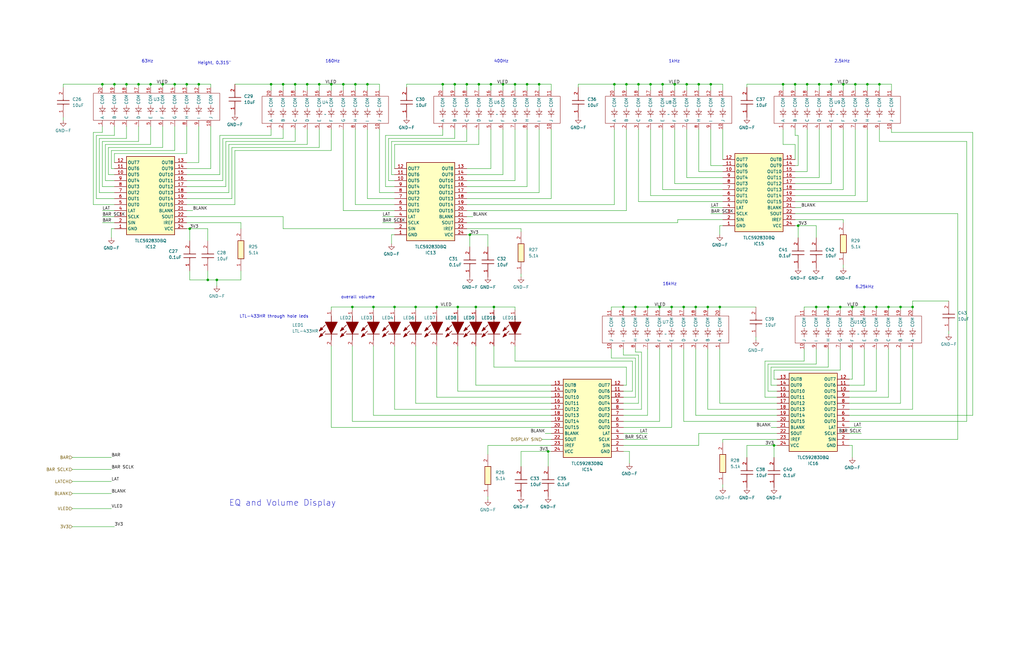
<source format=kicad_sch>
(kicad_sch (version 20231120) (generator "eeschema") (generator_version "8.0")
  (paper "B")
  (title_block (title "Audio System") (date "2025-02-06") (rev "P1") (company "Wolfe Engineering"))
  (junction (at 227.33 35.56))
  (junction (at 293.37 129.54))
  (junction (at 350.52 35.56))
  (junction (at 48.26 35.56))
  (junction (at 217.17 35.56))
  (junction (at 231.14 190.5))
  (junction (at 288.29 129.54))
  (junction (at 330.2 35.56))
  (junction (at 83.82 35.56))
  (junction (at 53.34 35.56))
  (junction (at 294.64 35.56))
  (junction (at 191.77 35.56))
  (junction (at 344.17 129.54))
  (junction (at 326.39 187.96))
  (junction (at 208.28 129.54))
  (junction (at 369.57 129.54))
  (junction (at 222.25 35.56))
  (junction (at 384.81 129.54))
  (junction (at 355.6 35.56))
  (junction (at 279.4 35.56))
  (junction (at 269.24 35.56))
  (junction (at 262.89 129.54))
  (junction (at 259.08 35.56))
  (junction (at 87.63 118.11))
  (junction (at 91.44 118.11))
  (junction (at 175.26 129.54))
  (junction (at 166.37 129.54))
  (junction (at 212.09 35.56))
  (junction (at 148.59 129.54))
  (junction (at 68.58 35.56))
  (junction (at 200.66 129.54))
  (junction (at 283.21 129.54))
  (junction (at 184.15 129.54))
  (junction (at 349.25 129.54))
  (junction (at 154.94 35.56))
  (junction (at 264.16 35.56))
  (junction (at 129.54 35.56))
  (junction (at 139.7 35.56))
  (junction (at 196.85 35.56))
  (junction (at 273.05 129.54))
  (junction (at 345.44 35.56))
  (junction (at 274.32 35.56))
  (junction (at 364.49 129.54))
  (junction (at 359.41 129.54))
  (junction (at 374.65 129.54))
  (junction (at 298.45 129.54))
  (junction (at 157.48 129.54))
  (junction (at 360.68 35.56))
  (junction (at 124.46 35.56))
  (junction (at 80.01 96.52))
  (junction (at 365.76 35.56))
  (junction (at 207.01 35.56))
  (junction (at 201.93 35.56))
  (junction (at 336.55 95.25))
  (junction (at 340.36 35.56))
  (junction (at 63.5 35.56))
  (junction (at 267.97 129.54))
  (junction (at 284.48 35.56))
  (junction (at 303.53 129.54))
  (junction (at 379.73 129.54))
  (junction (at 114.3 35.56))
  (junction (at 299.72 35.56))
  (junction (at 335.28 35.56))
  (junction (at 278.13 129.54))
  (junction (at 134.62 35.56))
  (junction (at 289.56 35.56))
  (junction (at 186.69 35.56))
  (junction (at 78.74 35.56))
  (junction (at 193.04 129.54))
  (junction (at 198.12 99.06))
  (junction (at 58.42 35.56))
  (junction (at 370.84 35.56))
  (junction (at 119.38 35.56))
  (junction (at 149.86 35.56))
  (junction (at 144.78 35.56))
  (junction (at 43.18 35.56))
  (junction (at 354.33 129.54))
  (junction (at 73.66 35.56))
  (wire (pts (xy 196.85 86.36) (xy 259.08 86.36)))
  (wire (pts (xy 304.8 82.55) (xy 274.32 82.55)))
  (wire (pts (xy 299.72 69.85) (xy 299.72 54.61)))
  (wire (pts (xy 119.38 91.44) (xy 119.38 96.52)))
  (wire (pts (xy 304.8 80.01) (xy 279.4 80.01)))
  (wire (pts (xy 41.91 81.28) (xy 41.91 58.42)))
  (wire (pts (xy 232.41 170.18) (xy 175.26 170.18)))
  (wire (pts (xy 119.38 35.56) (xy 119.38 38.1)))
  (wire (pts (xy 196.85 54.61) (xy 196.85 59.69)))
  (wire (pts (xy 273.05 129.54) (xy 267.97 129.54)))
  (wire (pts (xy 303.53 170.18) (xy 303.53 147.32)))
  (wire (pts (xy 274.32 35.56) (xy 279.4 35.56)))
  (wire (pts (xy 355.6 80.01) (xy 355.6 54.61)))
  (wire (pts (xy 355.6 35.56) (xy 355.6 38.1)))
  (wire (pts (xy 165.1 99.06) (xy 165.1 102.87)))
  (wire (pts (xy 379.73 129.54) (xy 374.65 129.54)))
  (wire (pts (xy 379.73 170.18) (xy 379.73 147.32)))
  (wire (pts (xy 294.64 35.56) (xy 299.72 35.56)))
  (wire (pts (xy 166.37 129.54) (xy 166.37 130.81)))
  (wire (pts (xy 139.7 146.05) (xy 139.7 180.34)))
  (wire (pts (xy 384.81 129.54) (xy 379.73 129.54)))
  (wire (pts (xy 262.89 162.56) (xy 264.16 162.56)))
  (wire (pts (xy 407.67 177.8) (xy 407.67 59.69)))
  (wire (pts (xy 294.64 35.56) (xy 294.64 38.1)))
  (wire (pts (xy 284.48 77.47) (xy 284.48 54.61)))
  (wire (pts (xy 154.94 35.56) (xy 154.94 38.1)))
  (wire (pts (xy 262.89 165.1) (xy 266.7 165.1)))
  (wire (pts (xy 264.16 35.56) (xy 264.16 38.1)))
  (wire (pts (xy 39.37 86.36) (xy 48.26 86.36)))
  (wire (pts (xy 327.66 170.18) (xy 303.53 170.18)))
  (wire (pts (xy 359.41 129.54) (xy 359.41 130.81)))
  (wire (pts (xy 370.84 59.69) (xy 370.84 54.61)))
  (wire (pts (xy 129.54 35.56) (xy 134.62 35.56)))
  (wire (pts (xy 83.82 53.34) (xy 83.82 68.58)))
  (wire (pts (xy 48.26 35.56) (xy 48.26 36.83)))
  (wire (pts (xy 270.51 172.72) (xy 270.51 148.59)))
  (wire (pts (xy 330.2 38.1) (xy 330.2 35.56)))
  (wire (pts (xy 288.29 129.54) (xy 283.21 129.54)))
  (wire (pts (xy 198.12 99.06) (xy 205.74 99.06)))
  (wire (pts (xy 58.42 35.56) (xy 63.5 35.56)))
  (wire (pts (xy 299.72 90.17) (xy 304.8 90.17)))
  (wire (pts (xy 327.66 180.34) (xy 325.12 180.34)))
  (wire (pts (xy 278.13 129.54) (xy 273.05 129.54)))
  (wire (pts (xy 196.85 93.98) (xy 285.75 93.98)))
  (wire (pts (xy 369.57 129.54) (xy 369.57 130.81)))
  (wire (pts (xy 273.05 175.26) (xy 273.05 147.32)))
  (wire (pts (xy 186.69 35.56) (xy 191.77 35.56)))
  (wire (pts (xy 304.8 185.42) (xy 304.8 186.69)))
  (wire (pts (xy 139.7 35.56) (xy 144.78 35.56)))
  (wire (pts (xy 217.17 146.05) (xy 217.17 152.4)))
  (wire (pts (xy 87.63 101.6) (xy 87.63 96.52)))
  (wire (pts (xy 166.37 73.66) (xy 165.1 73.66)))
  (wire (pts (xy 364.49 129.54) (xy 359.41 129.54)))
  (wire (pts (xy 410.21 55.88) (xy 375.92 55.88)))
  (wire (pts (xy 44.45 60.96) (xy 63.5 60.96)))
  (wire (pts (xy 267.97 148.59) (xy 267.97 147.32)))
  (wire (pts (xy 93.98 58.42) (xy 119.38 58.42)))
  (wire (pts (xy 285.75 92.71) (xy 304.8 92.71)))
  (wire (pts (xy 43.18 59.69) (xy 43.18 78.74)))
  (wire (pts (xy 43.18 78.74) (xy 48.26 78.74)))
  (wire (pts (xy 335.28 77.47) (xy 350.52 77.47)))
  (wire (pts (xy 384.81 127) (xy 384.81 129.54)))
  (wire (pts (xy 355.6 92.71) (xy 355.6 93.98)))
  (wire (pts (xy 365.76 35.56) (xy 370.84 35.56)))
  (wire (pts (xy 374.65 129.54) (xy 369.57 129.54)))
  (wire (pts (xy 78.74 78.74) (xy 95.25 78.74)))
  (wire (pts (xy 266.7 152.4) (xy 217.17 152.4)))
  (wire (pts (xy 46.99 63.5) (xy 73.66 63.5)))
  (wire (pts (xy 191.77 58.42) (xy 191.77 54.61)))
  (wire (pts (xy 262.89 190.5) (xy 265.43 190.5)))
  (wire (pts (xy 43.18 93.98) (xy 48.26 93.98)))
  (wire (pts (xy 267.97 129.54) (xy 267.97 130.81)))
  (wire (pts (xy 208.28 129.54) (xy 217.17 129.54)))
  (wire (pts (xy 229.87 182.88) (xy 232.41 182.88)))
  (wire (pts (xy 303.53 129.54) (xy 298.45 129.54)))
  (wire (pts (xy 186.69 57.15) (xy 186.69 54.61)))
  (wire (pts (xy 205.74 209.55) (xy 205.74 210.82)))
  (wire (pts (xy 407.67 59.69) (xy 370.84 59.69)))
  (wire (pts (xy 339.09 152.4) (xy 339.09 147.32)))
  (wire (pts (xy 78.74 64.77) (xy 48.26 64.77)))
  (wire (pts (xy 78.74 35.56) (xy 78.74 36.83)))
  (wire (pts (xy 41.91 58.42) (xy 53.34 58.42)))
  (wire (pts (xy 359.41 187.96) (xy 359.41 193.04)))
  (wire (pts (xy 87.63 118.11) (xy 80.01 118.11)))
  (wire (pts (xy 154.94 83.82) (xy 166.37 83.82)))
  (wire (pts (xy 44.45 76.2) (xy 44.45 60.96)))
  (wire (pts (xy 327.66 187.96) (xy 326.39 187.96)))
  (wire (pts (xy 269.24 170.18) (xy 269.24 149.86)))
  (wire (pts (xy 327.66 172.72) (xy 298.45 172.72)))
  (wire (pts (xy 73.66 35.56) (xy 73.66 36.83)))
  (wire (pts (xy 144.78 88.9) (xy 144.78 54.61)))
  (wire (pts (xy 262.89 167.64) (xy 267.97 167.64)))
  (wire (pts (xy 58.42 53.34) (xy 58.42 59.69)))
  (wire (pts (xy 119.38 35.56) (xy 124.46 35.56)))
  (wire (pts (xy 232.41 162.56) (xy 200.66 162.56)))
  (wire (pts (xy 325.12 162.56) (xy 325.12 154.94)))
  (wire (pts (xy 198.12 99.06) (xy 198.12 104.14)))
  (wire (pts (xy 375.92 55.88) (xy 375.92 54.61)))
  (wire (pts (xy 289.56 74.93) (xy 289.56 54.61)))
  (wire (pts (xy 208.28 129.54) (xy 208.28 130.81)))
  (wire (pts (xy 114.3 57.15) (xy 114.3 54.61)))
  (wire (pts (xy 78.74 76.2) (xy 93.98 76.2)))
  (wire (pts (xy 379.73 129.54) (xy 379.73 130.81)))
  (wire (pts (xy 149.86 35.56) (xy 154.94 35.56)))
  (wire (pts (xy 359.41 129.54) (xy 354.33 129.54)))
  (wire (pts (xy 262.89 172.72) (xy 270.51 172.72)))
  (wire (pts (xy 262.89 180.34) (xy 283.21 180.34)))
  (wire (pts (xy 217.17 130.81) (xy 217.17 129.54)))
  (wire (pts (xy 299.72 35.56) (xy 304.8 35.56)))
  (wire (pts (xy 365.76 35.56) (xy 365.76 38.1)))
  (wire (pts (xy 360.68 35.56) (xy 365.76 35.56)))
  (wire (pts (xy 322.58 167.64) (xy 322.58 152.4)))
  (wire (pts (xy 364.49 129.54) (xy 364.49 130.81)))
  (wire (pts (xy 26.67 35.56) (xy 43.18 35.56)))
  (wire (pts (xy 114.3 35.56) (xy 119.38 35.56)))
  (wire (pts (xy 175.26 146.05) (xy 175.26 170.18)))
  (wire (pts (xy 196.85 78.74) (xy 222.25 78.74)))
  (wire (pts (xy 175.26 129.54) (xy 175.26 130.81)))
  (wire (pts (xy 335.28 60.96) (xy 330.2 60.96)))
  (wire (pts (xy 323.85 153.67) (xy 323.85 165.1)))
  (wire (pts (xy 171.45 36.83) (xy 171.45 35.56)))
  (wire (pts (xy 335.28 35.56) (xy 335.28 38.1)))
  (wire (pts (xy 354.33 129.54) (xy 354.33 130.81)))
  (wire (pts (xy 48.26 53.34) (xy 48.26 57.15)))
  (wire (pts (xy 157.48 129.54) (xy 157.48 130.81)))
  (wire (pts (xy 335.28 85.09) (xy 365.76 85.09)))
  (wire (pts (xy 410.21 175.26) (xy 410.21 55.88)))
  (wire (pts (xy 53.34 35.56) (xy 53.34 36.83)))
  (wire (pts (xy 201.93 35.56) (xy 201.93 38.1)))
  (wire (pts (xy 43.18 36.83) (xy 43.18 35.56)))
  (wire (pts (xy 262.89 177.8) (xy 278.13 177.8)))
  (wire (pts (xy 196.85 88.9) (xy 264.16 88.9)))
  (wire (pts (xy 124.46 35.56) (xy 124.46 38.1)))
  (wire (pts (xy 327.66 182.88) (xy 294.64 182.88)))
  (wire (pts (xy 30.48 208.28) (xy 46.99 208.28)))
  (wire (pts (xy 162.56 57.15) (xy 186.69 57.15)))
  (wire (pts (xy 262.89 149.86) (xy 262.89 147.32)))
  (wire (pts (xy 369.57 129.54) (xy 364.49 129.54)))
  (wire (pts (xy 171.45 35.56) (xy 186.69 35.56)))
  (wire (pts (xy 219.71 115.57) (xy 219.71 116.84)))
  (wire (pts (xy 304.8 72.39) (xy 294.64 72.39)))
  (wire (pts (xy 330.2 35.56) (xy 335.28 35.56)))
  (wire (pts (xy 274.32 82.55) (xy 274.32 54.61)))
  (wire (pts (xy 267.97 129.54) (xy 262.89 129.54)))
  (wire (pts (xy 48.26 57.15) (xy 40.64 57.15)))
  (wire (pts (xy 101.6 114.3) (xy 101.6 118.11)))
  (wire (pts (xy 335.28 74.93) (xy 345.44 74.93)))
  (wire (pts (xy 196.85 83.82) (xy 232.41 83.82)))
  (wire (pts (xy 358.14 177.8) (xy 407.67 177.8)))
  (wire (pts (xy 134.62 62.23) (xy 134.62 54.61)))
  (wire (pts (xy 262.89 182.88) (xy 273.05 182.88)))
  (wire (pts (xy 304.8 74.93) (xy 289.56 74.93)))
  (wire (pts (xy 369.57 165.1) (xy 369.57 147.32)))
  (wire (pts (xy 358.14 160.02) (xy 359.41 160.02)))
  (wire (pts (xy 269.24 35.56) (xy 269.24 38.1)))
  (wire (pts (xy 68.58 35.56) (xy 68.58 36.83)))
  (wire (pts (xy 374.65 167.64) (xy 374.65 147.32)))
  (wire (pts (xy 269.24 85.09) (xy 269.24 54.61)))
  (wire (pts (xy 262.89 170.18) (xy 269.24 170.18)))
  (wire (pts (xy 78.74 91.44) (xy 119.38 91.44)))
  (wire (pts (xy 335.28 92.71) (xy 355.6 92.71)))
  (wire (pts (xy 284.48 35.56) (xy 284.48 38.1)))
  (wire (pts (xy 58.42 35.56) (xy 58.42 36.83)))
  (wire (pts (xy 139.7 129.54) (xy 139.7 130.81)))
  (wire (pts (xy 207.01 35.56) (xy 212.09 35.56)))
  (wire (pts (xy 139.7 63.5) (xy 139.7 54.61)))
  (wire (pts (xy 294.64 187.96) (xy 262.89 187.96)))
  (wire (pts (xy 63.5 35.56) (xy 63.5 36.83)))
  (wire (pts (xy 267.97 151.13) (xy 257.81 151.13)))
  (wire (pts (xy 196.85 35.56) (xy 196.85 38.1)))
  (wire (pts (xy 208.28 146.05) (xy 208.28 154.94)))
  (wire (pts (xy 264.16 35.56) (xy 269.24 35.56)))
  (wire (pts (xy 354.33 129.54) (xy 349.25 129.54)))
  (wire (pts (xy 88.9 35.56) (xy 88.9 36.83)))
  (wire (pts (xy 114.3 38.1) (xy 114.3 35.56)))
  (wire (pts (xy 304.8 77.47) (xy 284.48 77.47)))
  (wire (pts (xy 340.36 35.56) (xy 340.36 38.1)))
  (wire (pts (xy 370.84 35.56) (xy 375.92 35.56)))
  (wire (pts (xy 78.74 35.56) (xy 83.82 35.56)))
  (wire (pts (xy 97.79 62.23) (xy 134.62 62.23)))
  (wire (pts (xy 359.41 160.02) (xy 359.41 147.32)))
  (wire (pts (xy 129.54 60.96) (xy 129.54 54.61)))
  (wire (pts (xy 45.72 62.23) (xy 45.72 73.66)))
  (wire (pts (xy 219.71 96.52) (xy 219.71 97.79)))
  (wire (pts (xy 139.7 35.56) (xy 139.7 38.1)))
  (wire (pts (xy 83.82 35.56) (xy 83.82 36.83)))
  (wire (pts (xy 293.37 175.26) (xy 293.37 147.32)))
  (wire (pts (xy 335.28 80.01) (xy 355.6 80.01)))
  (wire (pts (xy 157.48 129.54) (xy 166.37 129.54)))
  (wire (pts (xy 212.09 73.66) (xy 212.09 54.61)))
  (wire (pts (xy 196.85 81.28) (xy 227.33 81.28)))
  (wire (pts (xy 205.74 187.96) (xy 205.74 191.77)))
  (wire (pts (xy 349.25 129.54) (xy 349.25 130.81)))
  (wire (pts (xy 344.17 129.54) (xy 339.09 129.54)))
  (wire (pts (xy 88.9 53.34) (xy 88.9 71.12)))
  (wire (pts (xy 232.41 35.56) (xy 232.41 38.1)))
  (wire (pts (xy 278.13 177.8) (xy 278.13 147.32)))
  (wire (pts (xy 200.66 146.05) (xy 200.66 162.56)))
  (wire (pts (xy 196.85 91.44) (xy 199.39 91.44)))
  (wire (pts (xy 335.28 87.63) (xy 337.82 87.63)))
  (wire (pts (xy 304.8 69.85) (xy 299.72 69.85)))
  (wire (pts (xy 243.84 36.83) (xy 243.84 35.56)))
  (wire (pts (xy 314.96 36.83) (xy 314.96 35.56)))
  (wire (pts (xy 45.72 73.66) (xy 48.26 73.66)))
  (wire (pts (xy 48.26 96.52) (xy 46.99 96.52)))
  (wire (pts (xy 344.17 147.32) (xy 344.17 153.67)))
  (wire (pts (xy 78.74 88.9) (xy 81.28 88.9)))
  (wire (pts (xy 96.52 60.96) (xy 129.54 60.96)))
  (wire (pts (xy 304.8 54.61) (xy 304.8 67.31)))
  (wire (pts (xy 227.33 35.56) (xy 227.33 38.1)))
  (wire (pts (xy 68.58 62.23) (xy 45.72 62.23)))
  (wire (pts (xy 279.4 35.56) (xy 284.48 35.56)))
  (wire (pts (xy 349.25 154.94) (xy 349.25 147.32)))
  (wire (pts (xy 217.17 35.56) (xy 217.17 38.1)))
  (wire (pts (xy 327.66 162.56) (xy 325.12 162.56)))
  (wire (pts (xy 288.29 129.54) (xy 288.29 130.81)))
  (wire (pts (xy 148.59 129.54) (xy 139.7 129.54)))
  (wire (pts (xy 266.7 165.1) (xy 266.7 152.4)))
  (wire (pts (xy 283.21 129.54) (xy 283.21 130.81)))
  (wire (pts (xy 73.66 35.56) (xy 78.74 35.56)))
  (wire (pts (xy 326.39 160.02) (xy 327.66 160.02)))
  (wire (pts (xy 78.74 81.28) (xy 96.52 81.28)))
  (wire (pts (xy 91.44 118.11) (xy 91.44 120.65)))
  (wire (pts (xy 196.85 59.69) (xy 165.1 59.69)))
  (wire (pts (xy 207.01 35.56) (xy 207.01 38.1)))
  (wire (pts (xy 375.92 35.56) (xy 375.92 38.1)))
  (wire (pts (xy 191.77 35.56) (xy 191.77 38.1)))
  (wire (pts (xy 257.81 151.13) (xy 257.81 147.32)))
  (wire (pts (xy 335.28 95.25) (xy 336.55 95.25)))
  (wire (pts (xy 144.78 35.56) (xy 149.86 35.56)))
  (wire (pts (xy 92.71 57.15) (xy 114.3 57.15)))
  (wire (pts (xy 345.44 35.56) (xy 345.44 38.1)))
  (wire (pts (xy 384.81 172.72) (xy 384.81 147.32)))
  (wire (pts (xy 99.06 63.5) (xy 139.7 63.5)))
  (wire (pts (xy 400.05 127) (xy 384.81 127)))
  (wire (pts (xy 39.37 55.88) (xy 43.18 55.88)))
  (wire (pts (xy 326.39 187.96) (xy 326.39 193.04)))
  (wire (pts (xy 267.97 167.64) (xy 267.97 151.13)))
  (wire (pts (xy 403.86 90.17) (xy 403.86 185.42)))
  (wire (pts (xy 200.66 129.54) (xy 208.28 129.54)))
  (wire (pts (xy 161.29 91.44) (xy 166.37 91.44)))
  (wire (pts (xy 303.53 95.25) (xy 303.53 99.06)))
  (wire (pts (xy 358.14 185.42) (xy 403.86 185.42)))
  (wire (pts (xy 335.28 69.85) (xy 336.55 69.85)))
  (wire (pts (xy 355.6 35.56) (xy 360.68 35.56)))
  (wire (pts (xy 354.33 156.21) (xy 354.33 147.32)))
  (wire (pts (xy 73.66 63.5) (xy 73.66 53.34)))
  (wire (pts (xy 232.41 167.64) (xy 184.15 167.64)))
  (wire (pts (xy 363.22 180.34) (xy 358.14 180.34)))
  (wire (pts (xy 340.36 35.56) (xy 345.44 35.56)))
  (wire (pts (xy 80.01 118.11) (xy 80.01 114.3)))
  (wire (pts (xy 219.71 190.5) (xy 231.14 190.5)))
  (wire (pts (xy 80.01 96.52) (xy 80.01 101.6)))
  (wire (pts (xy 228.6 185.42) (xy 232.41 185.42)))
  (wire (pts (xy 345.44 35.56) (xy 350.52 35.56)))
  (wire (pts (xy 201.93 35.56) (xy 207.01 35.56)))
  (wire (pts (xy 364.49 162.56) (xy 364.49 147.32)))
  (wire (pts (xy 259.08 35.56) (xy 264.16 35.56)))
  (wire (pts (xy 124.46 59.69) (xy 124.46 54.61)))
  (wire (pts (xy 279.4 80.01) (xy 279.4 54.61)))
  (wire (pts (xy 262.89 129.54) (xy 262.89 130.81)))
  (wire (pts (xy 293.37 129.54) (xy 288.29 129.54)))
  (wire (pts (xy 217.17 35.56) (xy 222.25 35.56)))
  (wire (pts (xy 166.37 71.12) (xy 166.37 60.96)))
  (wire (pts (xy 26.67 49.53) (xy 26.67 50.8)))
  (wire (pts (xy 166.37 99.06) (xy 165.1 99.06)))
  (wire (pts (xy 232.41 172.72) (xy 166.37 172.72)))
  (wire (pts (xy 327.66 177.8) (xy 288.29 177.8)))
  (wire (pts (xy 43.18 55.88) (xy 43.18 53.34)))
  (wire (pts (xy 335.28 82.55) (xy 360.68 82.55)))
  (wire (pts (xy 243.84 35.56) (xy 259.08 35.56)))
  (wire (pts (xy 222.25 35.56) (xy 227.33 35.56)))
  (wire (pts (xy 193.04 146.05) (xy 193.04 165.1)))
  (wire (pts (xy 160.02 81.28) (xy 166.37 81.28)))
  (wire (pts (xy 360.68 35.56) (xy 360.68 38.1)))
  (wire (pts (xy 101.6 93.98) (xy 101.6 96.52)))
  (wire (pts (xy 350.52 35.56) (xy 355.6 35.56)))
  (wire (pts (xy 40.64 57.15) (xy 40.64 83.82)))
  (wire (pts (xy 384.81 130.81) (xy 384.81 129.54)))
  (wire (pts (xy 95.25 59.69) (xy 124.46 59.69)))
  (wire (pts (xy 83.82 35.56) (xy 88.9 35.56)))
  (wire (pts (xy 264.16 88.9) (xy 264.16 54.61)))
  (wire (pts (xy 162.56 78.74) (xy 162.56 57.15)))
  (wire (pts (xy 78.74 53.34) (xy 78.74 64.77)))
  (wire (pts (xy 303.53 130.81) (xy 303.53 129.54)))
  (wire (pts (xy 88.9 71.12) (xy 78.74 71.12)))
  (wire (pts (xy 200.66 129.54) (xy 200.66 130.81)))
  (wire (pts (xy 43.18 88.9) (xy 48.26 88.9)))
  (wire (pts (xy 288.29 177.8) (xy 288.29 147.32)))
  (wire (pts (xy 165.1 59.69) (xy 165.1 73.66)))
  (wire (pts (xy 217.17 76.2) (xy 217.17 54.61)))
  (wire (pts (xy 326.39 156.21) (xy 354.33 156.21)))
  (wire (pts (xy 166.37 146.05) (xy 166.37 172.72)))
  (wire (pts (xy 304.8 204.47) (xy 304.8 205.74)))
  (wire (pts (xy 298.45 172.72) (xy 298.45 147.32)))
  (wire (pts (xy 358.14 172.72) (xy 384.81 172.72)))
  (wire (pts (xy 201.93 54.61) (xy 201.93 60.96)))
  (wire (pts (xy 44.45 76.2) (xy 48.26 76.2)))
  (wire (pts (xy 92.71 73.66) (xy 92.71 57.15)))
  (wire (pts (xy 124.46 35.56) (xy 129.54 35.56)))
  (wire (pts (xy 360.68 82.55) (xy 360.68 54.61)))
  (wire (pts (xy 196.85 96.52) (xy 219.71 96.52)))
  (wire (pts (xy 325.12 154.94) (xy 349.25 154.94)))
  (wire (pts (xy 289.56 35.56) (xy 289.56 38.1)))
  (wire (pts (xy 227.33 35.56) (xy 232.41 35.56)))
  (wire (pts (xy 355.6 111.76) (xy 355.6 113.03)))
  (wire (pts (xy 335.28 72.39) (xy 340.36 72.39)))
  (wire (pts (xy 205.74 104.14) (xy 205.74 99.06)))
  (wire (pts (xy 184.15 146.05) (xy 184.15 167.64)))
  (wire (pts (xy 322.58 152.4) (xy 339.09 152.4)))
  (wire (pts (xy 78.74 73.66) (xy 92.71 73.66)))
  (wire (pts (xy 78.74 86.36) (xy 99.06 86.36)))
  (wire (pts (xy 262.89 185.42) (xy 273.05 185.42)))
  (wire (pts (xy 148.59 129.54) (xy 157.48 129.54)))
  (wire (pts (xy 259.08 38.1) (xy 259.08 35.56)))
  (wire (pts (xy 196.85 76.2) (xy 217.17 76.2)))
  (wire (pts (xy 212.09 35.56) (xy 212.09 38.1)))
  (wire (pts (xy 63.5 60.96) (xy 63.5 53.34)))
  (wire (pts (xy 269.24 149.86) (xy 262.89 149.86)))
  (wire (pts (xy 157.48 146.05) (xy 157.48 175.26)))
  (wire (pts (xy 40.64 83.82) (xy 48.26 83.82)))
  (wire (pts (xy 48.26 64.77) (xy 48.26 68.58)))
  (wire (pts (xy 163.83 76.2) (xy 163.83 58.42)))
  (wire (pts (xy 358.14 187.96) (xy 359.41 187.96)))
  (wire (pts (xy 264.16 154.94) (xy 208.28 154.94)))
  (wire (pts (xy 39.37 55.88) (xy 39.37 86.36)))
  (wire (pts (xy 53.34 35.56) (xy 58.42 35.56)))
  (wire (pts (xy 265.43 190.5) (xy 265.43 195.58)))
  (wire (pts (xy 196.85 71.12) (xy 207.01 71.12)))
  (wire (pts (xy 293.37 129.54) (xy 293.37 130.81)))
  (wire (pts (xy 294.64 182.88) (xy 294.64 187.96)))
  (wire (pts (xy 232.41 180.34) (xy 139.7 180.34)))
  (wire (pts (xy 219.71 196.85) (xy 219.71 190.5)))
  (wire (pts (xy 96.52 81.28) (xy 96.52 60.96)))
  (wire (pts (xy 259.08 86.36) (xy 259.08 54.61)))
  (wire (pts (xy 273.05 129.54) (xy 273.05 130.81)))
  (wire (pts (xy 68.58 53.34) (xy 68.58 62.23)))
  (wire (pts (xy 160.02 35.56) (xy 160.02 38.1)))
  (wire (pts (xy 212.09 35.56) (xy 217.17 35.56)))
  (wire (pts (xy 330.2 60.96) (xy 330.2 54.61)))
  (wire (pts (xy 154.94 35.56) (xy 160.02 35.56)))
  (wire (pts (xy 58.42 59.69) (xy 43.18 59.69)))
  (wire (pts (xy 318.77 129.54) (xy 303.53 129.54)))
  (wire (pts (xy 161.29 93.98) (xy 166.37 93.98)))
  (wire (pts (xy 149.86 86.36) (xy 166.37 86.36)))
  (wire (pts (xy 304.8 95.25) (xy 303.53 95.25)))
  (wire (pts (xy 304.8 35.56) (xy 304.8 38.1)))
  (wire (pts (xy 257.81 129.54) (xy 257.81 130.81)))
  (wire (pts (xy 166.37 60.96) (xy 201.93 60.96)))
  (wire (pts (xy 314.96 193.04) (xy 314.96 187.96)))
  (wire (pts (xy 222.25 78.74) (xy 222.25 54.61)))
  (wire (pts (xy 186.69 38.1) (xy 186.69 35.56)))
  (wire (pts (xy 283.21 180.34) (xy 283.21 147.32)))
  (wire (pts (xy 160.02 54.61) (xy 160.02 81.28)))
  (wire (pts (xy 344.17 153.67) (xy 323.85 153.67)))
  (wire (pts (xy 358.14 167.64) (xy 374.65 167.64)))
  (wire (pts (xy 262.89 129.54) (xy 257.81 129.54)))
  (wire (pts (xy 349.25 129.54) (xy 344.17 129.54)))
  (wire (pts (xy 184.15 129.54) (xy 193.04 129.54)))
  (wire (pts (xy 196.85 73.66) (xy 212.09 73.66)))
  (wire (pts (xy 134.62 35.56) (xy 134.62 38.1)))
  (wire (pts (xy 336.55 57.15) (xy 335.28 57.15)))
  (wire (pts (xy 30.48 193.04) (xy 46.99 193.04)))
  (wire (pts (xy 232.41 190.5) (xy 231.14 190.5)))
  (wire (pts (xy 232.41 83.82) (xy 232.41 54.61)))
  (wire (pts (xy 227.33 81.28) (xy 227.33 54.61)))
  (wire (pts (xy 154.94 83.82) (xy 154.94 54.61)))
  (wire (pts (xy 63.5 35.56) (xy 68.58 35.56)))
  (wire (pts (xy 48.26 81.28) (xy 41.91 81.28)))
  (wire (pts (xy 166.37 76.2) (xy 163.83 76.2)))
  (wire (pts (xy 78.74 93.98) (xy 101.6 93.98)))
  (wire (pts (xy 30.48 222.25) (xy 48.26 222.25)))
  (wire (pts (xy 358.14 170.18) (xy 379.73 170.18)))
  (wire (pts (xy 232.41 187.96) (xy 205.74 187.96)))
  (wire (pts (xy 358.14 165.1) (xy 369.57 165.1)))
  (wire (pts (xy 298.45 129.54) (xy 293.37 129.54)))
  (wire (pts (xy 299.72 35.56) (xy 299.72 38.1)))
  (wire (pts (xy 335.28 57.15) (xy 335.28 54.61)))
  (wire (pts (xy 134.62 35.56) (xy 139.7 35.56)))
  (wire (pts (xy 350.52 77.47) (xy 350.52 54.61)))
  (wire (pts (xy 326.39 156.21) (xy 326.39 160.02)))
  (wire (pts (xy 270.51 148.59) (xy 267.97 148.59)))
  (wire (pts (xy 43.18 35.56) (xy 48.26 35.56)))
  (wire (pts (xy 26.67 36.83) (xy 26.67 35.56)))
  (wire (pts (xy 400.05 139.7) (xy 400.05 140.97)))
  (wire (pts (xy 345.44 74.93) (xy 345.44 54.61)))
  (wire (pts (xy 365.76 85.09) (xy 365.76 54.61)))
  (wire (pts (xy 336.55 95.25) (xy 336.55 100.33)))
  (wire (pts (xy 278.13 129.54) (xy 278.13 130.81)))
  (wire (pts (xy 327.66 185.42) (xy 304.8 185.42)))
  (wire (pts (xy 327.66 175.26) (xy 293.37 175.26)))
  (wire (pts (xy 262.89 175.26) (xy 273.05 175.26)))
  (wire (pts (xy 335.28 35.56) (xy 340.36 35.56)))
  (wire (pts (xy 304.8 85.09) (xy 269.24 85.09)))
  (wire (pts (xy 129.54 35.56) (xy 129.54 38.1)))
  (wire (pts (xy 30.48 214.63) (xy 46.99 214.63)))
  (wire (pts (xy 232.41 165.1) (xy 193.04 165.1)))
  (wire (pts (xy 99.06 86.36) (xy 99.06 63.5)))
  (wire (pts (xy 335.28 90.17) (xy 403.86 90.17)))
  (wire (pts (xy 163.83 58.42) (xy 191.77 58.42)))
  (wire (pts (xy 283.21 129.54) (xy 278.13 129.54)))
  (wire (pts (xy 222.25 35.56) (xy 222.25 38.1)))
  (wire (pts (xy 264.16 162.56) (xy 264.16 154.94)))
  (wire (pts (xy 339.09 129.54) (xy 339.09 130.81)))
  (wire (pts (xy 46.99 96.52) (xy 46.99 100.33)))
  (wire (pts (xy 193.04 129.54) (xy 193.04 130.81)))
  (wire (pts (xy 78.74 83.82) (xy 97.79 83.82)))
  (wire (pts (xy 149.86 86.36) (xy 149.86 54.61)))
  (wire (pts (xy 95.25 78.74) (xy 95.25 59.69)))
  (wire (pts (xy 43.18 91.44) (xy 48.26 91.44)))
  (wire (pts (xy 53.34 58.42) (xy 53.34 53.34)))
  (wire (pts (xy 83.82 68.58) (xy 78.74 68.58)))
  (wire (pts (xy 358.14 162.56) (xy 364.49 162.56)))
  (wire (pts (xy 144.78 35.56) (xy 144.78 38.1)))
  (wire (pts (xy 48.26 35.56) (xy 53.34 35.56)))
  (wire (pts (xy 350.52 35.56) (xy 350.52 38.1)))
  (wire (pts (xy 231.14 190.5) (xy 231.14 196.85)))
  (wire (pts (xy 327.66 167.64) (xy 322.58 167.64)))
  (wire (pts (xy 323.85 165.1) (xy 327.66 165.1)))
  (wire (pts (xy 68.58 35.56) (xy 73.66 35.56)))
  (wire (pts (xy 314.96 35.56) (xy 330.2 35.56)))
  (wire (pts (xy 207.01 71.12) (xy 207.01 54.61)))
  (wire (pts (xy 274.32 35.56) (xy 274.32 38.1)))
  (wire (pts (xy 232.41 175.26) (xy 157.48 175.26)))
  (wire (pts (xy 299.72 87.63) (xy 304.8 87.63)))
  (wire (pts (xy 101.6 118.11) (xy 91.44 118.11)))
  (wire (pts (xy 166.37 78.74) (xy 162.56 78.74)))
  (wire (pts (xy 193.04 129.54) (xy 200.66 129.54)))
  (wire (pts (xy 99.06 35.56) (xy 114.3 35.56)))
  (wire (pts (xy 232.41 177.8) (xy 148.59 177.8)))
  (wire (pts (xy 298.45 129.54) (xy 298.45 130.81)))
  (wire (pts (xy 374.65 129.54) (xy 374.65 130.81)))
  (wire (pts (xy 30.48 198.12) (xy 46.99 198.12)))
  (wire (pts (xy 80.01 96.52) (xy 87.63 96.52)))
  (wire (pts (xy 279.4 35.56) (xy 279.4 38.1)))
  (wire (pts (xy 358.14 175.26) (xy 410.21 175.26)))
  (wire (pts (xy 340.36 72.39) (xy 340.36 54.61)))
  (wire (pts (xy 336.55 95.25) (xy 344.17 95.25)))
  (wire (pts (xy 370.84 35.56) (xy 370.84 38.1)))
  (wire (pts (xy 284.48 35.56) (xy 289.56 35.56)))
  (wire (pts (xy 48.26 71.12) (xy 46.99 71.12)))
  (wire (pts (xy 175.26 129.54) (xy 184.15 129.54)))
  (wire (pts (xy 314.96 187.96) (xy 326.39 187.96)))
  (wire (pts (xy 93.98 76.2) (xy 93.98 58.42)))
  (wire (pts (xy 318.77 142.24) (xy 318.77 143.51)))
  (wire (pts (xy 344.17 129.54) (xy 344.17 130.81)))
  (wire (pts (xy 196.85 35.56) (xy 201.93 35.56)))
  (wire (pts (xy 30.48 203.2) (xy 46.99 203.2)))
  (wire (pts (xy 344.17 100.33) (xy 344.17 95.25)))
  (wire (pts (xy 191.77 35.56) (xy 196.85 35.56)))
  (wire (pts (xy 335.28 67.31) (xy 335.28 60.96)))
  (wire (pts (xy 119.38 58.42) (xy 119.38 54.61)))
  (wire (pts (xy 149.86 35.56) (xy 149.86 38.1)))
  (wire (pts (xy 363.22 182.88) (xy 358.14 182.88)))
  (wire (pts (xy 336.55 69.85) (xy 336.55 57.15)))
  (wire (pts (xy 196.85 99.06) (xy 198.12 99.06)))
  (wire (pts (xy 269.24 35.56) (xy 274.32 35.56)))
  (wire (pts (xy 119.38 96.52) (xy 166.37 96.52)))
  (wire (pts (xy 184.15 129.54) (xy 184.15 130.81)))
  (wire (pts (xy 78.74 96.52) (xy 80.01 96.52)))
  (wire (pts (xy 148.59 146.05) (xy 148.59 177.8)))
  (wire (pts (xy 87.63 114.3) (xy 87.63 118.11)))
  (wire (pts (xy 91.44 118.11) (xy 87.63 118.11)))
  (wire (pts (xy 148.59 129.54) (xy 148.59 130.81)))
  (wire (pts (xy 289.56 35.56) (xy 294.64 35.56)))
  (wire (pts (xy 144.78 88.9) (xy 166.37 88.9)))
  (wire (pts (xy 294.64 72.39) (xy 294.64 54.61)))
  (wire (pts (xy 166.37 129.54) (xy 175.26 129.54)))
  (wire (pts (xy 46.99 71.12) (xy 46.99 63.5)))
  (wire (pts (xy 285.75 93.98) (xy 285.75 92.71)))
  (wire (pts (xy 97.79 83.82) (xy 97.79 62.23)))
  (text "63Hz" (at 59.69 26.67 0) (effects (font (size 1.27 1.27)) (justify left bottom)))
  (text "Height, 0.315\"\n" (at 90.424 26.67 0) (effects (font (size 1.27 1.27))))
  (text "160Hz" (at 137.16 26.67 0) (effects (font (size 1.27 1.27)) (justify left bottom)))
  (text "400Hz" (at 208.28 26.67 0) (effects (font (size 1.27 1.27)) (justify left bottom)))
  (text "overall volume" (at 143.764 126.238 0) (effects (font (size 1.27 1.27)) (justify left bottom)))
  (text "16kHz" (at 279.4 120.65 0) (effects (font (size 1.27 1.27)) (justify left bottom)))
  (text "LTL-433HR through hole leds\n" (at 115.57 133.604 0) (effects (font (size 1.27 1.27))))
  (text "2.5kHz" (at 351.79 26.67 0) (effects (font (size 1.27 1.27)) (justify left bottom)))
  (text "EQ and Volume Display" (at 119.126 212.344 0) (effects (font (size 2.54 2.54))))
  (text "1kHz" (at 281.94 26.67 0) (effects (font (size 1.27 1.27)) (justify left bottom)))
  (text "6.25kHz" (at 360.68 121.92 0) (effects (font (size 1.27 1.27)) (justify left bottom)))
  (label "3V3" (at 326.39 187.96 180))
  (label "BAR" (at 46.99 193.04 0))
  (label "VLED" (at 46.99 214.63 0))
  (label "3V3" (at 231.14 190.5 180))
  (label "VLED" (at 361.95 129.54 180))
  (label "BAR" (at 43.18 93.98 0))
  (label "BAR SCLK" (at 46.99 198.12 0))
  (label "VLED" (at 353.06 35.56 0))
  (label "BLANK" (at 81.28 88.9 0))
  (label "VLED" (at 280.67 129.54 180))
  (label "LAT" (at 46.99 203.2 0))
  (label "VLED" (at 281.94 35.56 0))
  (label "LAT" (at 299.72 87.63 0))
  (label "BAR SCLK" (at 161.29 93.98 0))
  (label "VLED" (at 209.55 35.56 0))
  (label "3V3" (at 198.12 99.06 0))
  (label "LAT" (at 161.29 91.44 0))
  (label "VLED" (at 137.16 35.56 0))
  (label "LAT" (at 43.18 88.9 0))
  (label "BLANK" (at 229.87 182.88 180))
  (label "LAT" (at 273.05 182.88 180))
  (label "BAR SCLK" (at 43.18 91.44 0))
  (label "BLANK" (at 199.39 91.44 0))
  (label "VLED" (at 66.04 35.56 0))
  (label "3V3" (at 80.01 96.52 0))
  (label "BLANK" (at 325.12 180.34 180))
  (label "BLANK" (at 337.82 87.63 0))
  (label "BAR SCLK" (at 273.05 185.42 180))
  (label "VLED" (at 190.5 129.54 180))
  (label "3V3" (at 336.55 95.25 0))
  (label "BLANK" (at 46.99 208.28 0))
  (label "BAR SCLK" (at 363.22 182.88 180))
  (label "LAT" (at 363.22 180.34 180))
  (label "BAR SCLK" (at 299.72 90.17 0))
  (label "3V3" (at 48.26 222.25 0))
  (hierarchical_label "VLED" (shape input) (at 30.48 214.63 180))
  (hierarchical_label "BLANK" (shape input) (at 30.48 208.28 180))
  (hierarchical_label "BAR" (shape input) (at 30.48 193.04 180))
  (hierarchical_label "3V3" (shape input) (at 30.48 222.25 180))
  (hierarchical_label "DISPLAY SIN" (shape input) (at 228.6 185.42 180))
  (hierarchical_label "BAR SCLK" (shape input) (at 30.48 198.12 180))
  (hierarchical_label "LATCH" (shape input) (at 30.48 203.2 180))
  (symbol (lib_id "1 Audio Amp:LTL-433HR") (at 184.15 146.05 90) (unit 1)
    (property "Reference" "LED7" (at 178.816 134.112 90) (effects (justify right)))
    (property "Value" "LTL-433HR" (effects (hide yes)))
    (property "Footprint" "LTL433HR" (effects (hide yes)))
    (property "Datasheet" "https://www.mouser.com/datasheet/2/239/lite-on_lite-s-a0003715414-1-1737504.pdf" (effects (hide yes)))
    (property "Description" "Standard LEDs - Through Hole Red Diffused" (effects (hide yes)))
    (property "Height" "8.75" (effects (hide yes)))
    (property "Manufacturer_Name" "Lite-On" (effects (hide yes)))
    (property "Manufacturer_Part_Number" "LTL-433HR" (effects (hide yes)))
  )
  (symbol (lib_id "Audio System:GRM21BR61C106KE15K") (at 314.96 205.74 90) (unit 1)
    (property "Reference" "C38" (at 318.77 198.12 90) (effects (justify right)))
    (property "Value" "10uF" (at 318.77 200.66 90) (effects (justify right)))
    (property "Footprint" "1 Audio Amp:CAPC2012X145N" (effects (hide yes)))
    (property "Datasheet" "http://www.murata.com/~/media/webrenewal/support/library/catalog/products/capacitor/mlcc/c02e.pdf" (effects (hide yes)))
    (property "Height" "1.45" (effects (hide yes)))
    (property "Manufacturer_Name" "Murata Electronics" (effects (hide yes)))
    (property "Manufacturer_Part_Number" "GRM21BR61C106KE15K" (effects (hide yes)))
    (property "Mouser Part Number" "81-GRM21BR61C106KE5K" (effects (hide yes)))
    (property "Mouser Price/Stock" "https://www.mouser.co.uk/ProductDetail/Murata-Electronics/GRM21BR61C106KE15K?qs=h0WOCFF19ULjTOS37upAEw%3D%3D" (effects (hide yes)))
    (property "Arrow Part Number" "GRM21BR61C106KE15K" (effects (hide yes)))
    (property "Arrow Price/Stock" "https://www.arrow.com/en/products/grm21br61c106ke15k/murata-manufacturing?utm_currency=USD&region=nac" (effects (hide yes)))
  )
  (symbol (lib_id "1 Audio Amp:LTL-433HR") (at 217.17 146.05 90) (unit 1)
    (property "Reference" "LED11" (at 211.836 134.112 90) (effects (justify right)))
    (property "Value" "LTL-433HR" (effects (hide yes)))
    (property "Footprint" "LTL433HR" (effects (hide yes)))
    (property "Datasheet" "https://www.mouser.com/datasheet/2/239/lite-on_lite-s-a0003715414-1-1737504.pdf" (effects (hide yes)))
    (property "Description" "Standard LEDs - Through Hole Red Diffused" (effects (hide yes)))
    (property "Height" "8.75" (effects (hide yes)))
    (property "Manufacturer_Name" "Lite-On" (effects (hide yes)))
    (property "Manufacturer_Part_Number" "LTL-433HR" (effects (hide yes)))
  )
  (symbol (lib_name "GND_2") (lib_id "power:GND") (at 400.05 140.97 0) (unit 1)
    (property "Reference" "#PWR072" (effects (hide yes)))
    (property "Value" "GND-F" (at 400.05 145.288 0))
  )
  (symbol (lib_name "GND_2") (lib_id "power:GND") (at 318.77 143.51 0) (unit 1)
    (property "Reference" "#PWR074" (effects (hide yes)))
    (property "Value" "GND-F" (at 318.77 147.828 0))
  )
  (symbol (lib_name "GND_2") (lib_id "power:GND") (at 91.44 120.65 0) (unit 1)
    (property "Reference" "#PWR061" (effects (hide yes)))
    (property "Value" "GND-F" (at 91.44 124.968 0))
  )
  (symbol (lib_id "Audio System:GRM21BR61C106KE15K") (at 243.84 49.53 90) (unit 1)
    (property "Reference" "C36" (at 247.65 41.91 90) (effects (justify right)))
    (property "Value" "10uF" (at 247.65 44.45 90) (effects (justify right)))
    (property "Footprint" "1 Audio Amp:CAPC2012X145N" (effects (hide yes)))
    (property "Datasheet" "http://www.murata.com/~/media/webrenewal/support/library/catalog/products/capacitor/mlcc/c02e.pdf" (effects (hide yes)))
    (property "Height" "1.45" (effects (hide yes)))
    (property "Manufacturer_Name" "Murata Electronics" (effects (hide yes)))
    (property "Manufacturer_Part_Number" "GRM21BR61C106KE15K" (effects (hide yes)))
    (property "Mouser Part Number" "81-GRM21BR61C106KE5K" (effects (hide yes)))
    (property "Mouser Price/Stock" "https://www.mouser.co.uk/ProductDetail/Murata-Electronics/GRM21BR61C106KE15K?qs=h0WOCFF19ULjTOS37upAEw%3D%3D" (effects (hide yes)))
    (property "Arrow Part Number" "GRM21BR61C106KE15K" (effects (hide yes)))
    (property "Arrow Price/Stock" "https://www.arrow.com/en/products/grm21br61c106ke15k/murata-manufacturing?utm_currency=USD&region=nac" (effects (hide yes)))
  )
  (symbol (lib_id "Audio System:TLC59283DBQ") (at 358.14 187.96 180) (unit 1)
    (property "Reference" "IC16" (at 342.9 195.58 0))
    (property "Value" "TLC59283DBQ" (at 342.9 193.04 0))
    (property "Footprint" "1 Audio Amp:SOP64P600X175-24N" (effects (hide yes)))
    (property "Datasheet" "https://www.ti.com/lit/ds/symlink/tlc59283.pdf?ts=1630477922356&ref_url=https%253A%252F%252Fwww.google.com%252F" (effects (hide yes)))
    (property "Height" "1.75" (effects (hide yes)))
    (property "Manufacturer_Name" "Texas Instruments" (effects (hide yes)))
    (property "Manufacturer_Part_Number" "TLC59283DBQ" (effects (hide yes)))
    (property "Mouser Part Number" "595-TLC59283DBQ" (effects (hide yes)))
    (property "Mouser Price/Stock" "https://www.mouser.co.uk/ProductDetail/Texas-Instruments/TLC59283DBQ?qs=Z9twEOuL%252B%2FKEr%2FW0CR%252BNoA%3D%3D" (effects (hide yes)))
    (property "Arrow Part Number" "TLC59283DBQ" (effects (hide yes)))
    (property "Arrow Price/Stock" "https://www.arrow.com/en/products/tlc59283dbq/texas-instruments?region=nac" (effects (hide yes)))
  )
  (symbol (lib_id "Audio System:TLC59283DBQ") (at 262.89 190.5 180) (unit 1)
    (property "Reference" "IC14" (at 247.65 198.12 0))
    (property "Value" "TLC59283DBQ" (at 247.65 195.58 0))
    (property "Footprint" "1 Audio Amp:SOP64P600X175-24N" (effects (hide yes)))
    (property "Datasheet" "https://www.ti.com/lit/ds/symlink/tlc59283.pdf?ts=1630477922356&ref_url=https%253A%252F%252Fwww.google.com%252F" (effects (hide yes)))
    (property "Height" "1.75" (effects (hide yes)))
    (property "Manufacturer_Name" "Texas Instruments" (effects (hide yes)))
    (property "Manufacturer_Part_Number" "TLC59283DBQ" (effects (hide yes)))
    (property "Mouser Part Number" "595-TLC59283DBQ" (effects (hide yes)))
    (property "Mouser Price/Stock" "https://www.mouser.co.uk/ProductDetail/Texas-Instruments/TLC59283DBQ?qs=Z9twEOuL%252B%2FKEr%2FW0CR%252BNoA%3D%3D" (effects (hide yes)))
    (property "Arrow Part Number" "TLC59283DBQ" (effects (hide yes)))
    (property "Arrow Price/Stock" "https://www.arrow.com/en/products/tlc59283dbq/texas-instruments?region=nac" (effects (hide yes)))
  )
  (symbol (lib_name "GND_2") (lib_id "power:GND") (at 165.1 102.87 0) (unit 1)
    (property "Reference" "#PWR067" (effects (hide yes)))
    (property "Value" "GND-F" (at 165.1 107.188 0))
  )
  (symbol (lib_name "GND_2") (lib_id "power:GND") (at 336.55 113.03 0) (unit 1)
    (property "Reference" "#PWR070" (effects (hide yes)))
    (property "Value" "GND-F" (at 336.55 117.348 0))
  )
  (symbol (lib_id "Audio System:TLC59283DBQ") (at 304.8 95.25 0) (mirror x) (unit 1)
    (property "Reference" "IC15" (at 320.04 102.87 0))
    (property "Value" "TLC59283DBQ" (at 320.04 100.33 0))
    (property "Footprint" "1 Audio Amp:SOP64P600X175-24N" (effects (hide yes)))
    (property "Datasheet" "https://www.ti.com/lit/ds/symlink/tlc59283.pdf?ts=1630477922356&ref_url=https%253A%252F%252Fwww.google.com%252F" (effects (hide yes)))
    (property "Height" "1.75" (effects (hide yes)))
    (property "Manufacturer_Name" "Texas Instruments" (effects (hide yes)))
    (property "Manufacturer_Part_Number" "TLC59283DBQ" (effects (hide yes)))
    (property "Mouser Part Number" "595-TLC59283DBQ" (effects (hide yes)))
    (property "Mouser Price/Stock" "https://www.mouser.co.uk/ProductDetail/Texas-Instruments/TLC59283DBQ?qs=Z9twEOuL%252B%2FKEr%2FW0CR%252BNoA%3D%3D" (effects (hide yes)))
    (property "Arrow Part Number" "TLC59283DBQ" (effects (hide yes)))
    (property "Arrow Price/Stock" "https://www.arrow.com/en/products/tlc59283dbq/texas-instruments?region=nac" (effects (hide yes)))
  )
  (symbol (lib_id "Audio System:LED_Bar_Graph") (at 66.04 46.99 0) (unit 1)
    (property "Reference" "U3" (at 66.04 41.91 0))
    (property "Value" "~" (at 66.04 46.99 0))
    (property "Footprint" "1 Audio Amp:LED Bar Graph" (effects (hide yes)))
  )
  (symbol (lib_name "GND_2") (lib_id "power:GND") (at 219.71 209.55 0) (unit 1)
    (property "Reference" "#PWR073" (effects (hide yes)))
    (property "Value" "GND-F" (at 219.71 213.868 0))
  )
  (symbol (lib_id "Audio System:GRM21BR61C106KE15K") (at 205.74 116.84 90) (unit 1)
    (property "Reference" "C32" (at 209.55 109.22 90) (effects (justify right)))
    (property "Value" "10uF" (at 209.55 111.76 90) (effects (justify right)))
    (property "Footprint" "1 Audio Amp:CAPC2012X145N" (effects (hide yes)))
    (property "Datasheet" "http://www.murata.com/~/media/webrenewal/support/library/catalog/products/capacitor/mlcc/c02e.pdf" (effects (hide yes)))
    (property "Height" "1.45" (effects (hide yes)))
    (property "Manufacturer_Name" "Murata Electronics" (effects (hide yes)))
    (property "Manufacturer_Part_Number" "GRM21BR61C106KE15K" (effects (hide yes)))
    (property "Mouser Part Number" "81-GRM21BR61C106KE5K" (effects (hide yes)))
    (property "Mouser Price/Stock" "https://www.mouser.co.uk/ProductDetail/Murata-Electronics/GRM21BR61C106KE15K?qs=h0WOCFF19ULjTOS37upAEw%3D%3D" (effects (hide yes)))
    (property "Arrow Part Number" "GRM21BR61C106KE15K" (effects (hide yes)))
    (property "Arrow Price/Stock" "https://www.arrow.com/en/products/grm21br61c106ke15k/murata-manufacturing?utm_currency=USD&region=nac" (effects (hide yes)))
  )
  (symbol (lib_name "GND_2") (lib_id "power:GND") (at 243.84 49.53 0) (unit 1)
    (property "Reference" "#PWR063" (effects (hide yes)))
    (property "Value" "GND-F" (at 243.84 53.848 0))
  )
  (symbol (lib_id "1 Audio Amp:LTL-433HR") (at 175.26 146.05 90) (unit 1)
    (property "Reference" "LED6" (at 169.926 134.112 90) (effects (justify right)))
    (property "Value" "LTL-433HR" (effects (hide yes)))
    (property "Footprint" "LTL433HR" (effects (hide yes)))
    (property "Datasheet" "https://www.mouser.com/datasheet/2/239/lite-on_lite-s-a0003715414-1-1737504.pdf" (effects (hide yes)))
    (property "Description" "Standard LEDs - Through Hole Red Diffused" (effects (hide yes)))
    (property "Height" "8.75" (effects (hide yes)))
    (property "Manufacturer_Name" "Lite-On" (effects (hide yes)))
    (property "Manufacturer_Part_Number" "LTL-433HR" (effects (hide yes)))
  )
  (symbol (lib_id "Audio System:LED_Bar_Graph") (at 361.95 140.97 0) (mirror y) (unit 1)
    (property "Reference" "U10" (at 361.95 135.89 0))
    (property "Value" "~" (at 361.95 140.97 0))
    (property "Footprint" "1 Audio Amp:LED Bar Graph" (effects (hide yes)))
  )
  (symbol (lib_id "Audio System:GRM21BR61C106KE15K") (at 171.45 49.53 90) (unit 1)
    (property "Reference" "C30" (at 175.26 41.91 90) (effects (justify right)))
    (property "Value" "10uF" (at 175.26 44.45 90) (effects (justify right)))
    (property "Footprint" "1 Audio Amp:CAPC2012X145N" (effects (hide yes)))
    (property "Datasheet" "http://www.murata.com/~/media/webrenewal/support/library/catalog/products/capacitor/mlcc/c02e.pdf" (effects (hide yes)))
    (property "Height" "1.45" (effects (hide yes)))
    (property "Manufacturer_Name" "Murata Electronics" (effects (hide yes)))
    (property "Manufacturer_Part_Number" "GRM21BR61C106KE15K" (effects (hide yes)))
    (property "Mouser Part Number" "81-GRM21BR61C106KE5K" (effects (hide yes)))
    (property "Mouser Price/Stock" "https://www.mouser.co.uk/ProductDetail/Murata-Electronics/GRM21BR61C106KE15K?qs=h0WOCFF19ULjTOS37upAEw%3D%3D" (effects (hide yes)))
    (property "Arrow Part Number" "GRM21BR61C106KE15K" (effects (hide yes)))
    (property "Arrow Price/Stock" "https://www.arrow.com/en/products/grm21br61c106ke15k/murata-manufacturing?utm_currency=USD&region=nac" (effects (hide yes)))
  )
  (symbol (lib_name "GND_2") (lib_id "power:GND") (at 99.06 48.26 0) (unit 1)
    (property "Reference" "#PWR035" (effects (hide yes)))
    (property "Value" "GND-F" (at 99.06 52.578 0))
  )
  (symbol (lib_name "GND_2") (lib_id "power:GND") (at 171.45 49.53 0) (unit 1)
    (property "Reference" "#PWR059" (effects (hide yes)))
    (property "Value" "GND-F" (at 171.45 53.848 0))
  )
  (symbol (lib_name "GND_2") (lib_id "power:GND") (at 303.53 99.06 0) (unit 1)
    (property "Reference" "#PWR068" (effects (hide yes)))
    (property "Value" "GND-F" (at 303.53 103.378 0))
  )
  (symbol (lib_id "Audio System:CC0603KRX7R7BB104") (at 198.12 116.84 90) (unit 1)
    (property "Reference" "C31" (at 189.23 109.22 90) (effects (justify right)))
    (property "Value" "0.1uF" (at 189.23 111.76 90) (effects (justify right)))
    (property "Footprint" "1 Audio Amp:CAPC1608X90N" (effects (hide yes)))
    (property "Datasheet" "https://www.yageo.com/en/Chart/Download/pdf/CC0603KRX7R7BB104" (effects (hide yes)))
    (property "Height" "0.9" (effects (hide yes)))
    (property "Manufacturer_Name" "YAGEO" (effects (hide yes)))
    (property "Manufacturer_Part_Number" "CC0603KRX7R7BB104" (effects (hide yes)))
    (property "Mouser Part Number" "603-CC603KRX7R7BB104" (effects (hide yes)))
    (property "Mouser Price/Stock" "https://www.mouser.co.uk/ProductDetail/YAGEO/CC0603KRX7R7BB104?qs=AgBp2OyFlx8KPmNTlFoWXA%3D%3D" (effects (hide yes)))
    (property "Arrow Part Number" "CC0603KRX7R7BB104" (effects (hide yes)))
    (property "Arrow Price/Stock" "https://www.arrow.com/en/products/cc0603krx7r7bb104/yageo?region=europe" (effects (hide yes)))
  )
  (symbol (lib_id "Audio System:GRM21BR61C106KE15K") (at 87.63 114.3 90) (unit 1)
    (property "Reference" "C28" (at 91.44 106.68 90) (effects (justify right)))
    (property "Value" "10uF" (at 91.44 109.22 90) (effects (justify right)))
    (property "Footprint" "1 Audio Amp:CAPC2012X145N" (effects (hide yes)))
    (property "Datasheet" "http://www.murata.com/~/media/webrenewal/support/library/catalog/products/capacitor/mlcc/c02e.pdf" (effects (hide yes)))
    (property "Height" "1.45" (effects (hide yes)))
    (property "Manufacturer_Name" "Murata Electronics" (effects (hide yes)))
    (property "Manufacturer_Part_Number" "GRM21BR61C106KE15K" (effects (hide yes)))
    (property "Mouser Part Number" "81-GRM21BR61C106KE5K" (effects (hide yes)))
    (property "Mouser Price/Stock" "https://www.mouser.co.uk/ProductDetail/Murata-Electronics/GRM21BR61C106KE15K?qs=h0WOCFF19ULjTOS37upAEw%3D%3D" (effects (hide yes)))
    (property "Arrow Part Number" "GRM21BR61C106KE15K" (effects (hide yes)))
    (property "Arrow Price/Stock" "https://www.arrow.com/en/products/grm21br61c106ke15k/murata-manufacturing?utm_currency=USD&region=nac" (effects (hide yes)))
  )
  (symbol (lib_id "Audio System:CC0603KRX7R7BB104") (at 336.55 113.03 90) (unit 1)
    (property "Reference" "C41" (at 328.295 105.41 90) (effects (justify right)))
    (property "Value" "0.1uF" (at 328.295 107.95 90) (effects (justify right)))
    (property "Footprint" "1 Audio Amp:CAPC1608X90N" (effects (hide yes)))
    (property "Datasheet" "https://www.yageo.com/en/Chart/Download/pdf/CC0603KRX7R7BB104" (effects (hide yes)))
    (property "Height" "0.9" (effects (hide yes)))
    (property "Manufacturer_Name" "YAGEO" (effects (hide yes)))
    (property "Manufacturer_Part_Number" "CC0603KRX7R7BB104" (effects (hide yes)))
    (property "Mouser Part Number" "603-CC603KRX7R7BB104" (effects (hide yes)))
    (property "Mouser Price/Stock" "https://www.mouser.co.uk/ProductDetail/YAGEO/CC0603KRX7R7BB104?qs=AgBp2OyFlx8KPmNTlFoWXA%3D%3D" (effects (hide yes)))
    (property "Arrow Part Number" "CC0603KRX7R7BB104" (effects (hide yes)))
    (property "Arrow Price/Stock" "https://www.arrow.com/en/products/cc0603krx7r7bb104/yageo?region=europe" (effects (hide yes)))
  )
  (symbol (lib_name "GND_2") (lib_id "power:GND") (at 205.74 210.82 0) (unit 1)
    (property "Reference" "#PWR075" (effects (hide yes)))
    (property "Value" "GND-F" (at 205.74 215.138 0))
  )
  (symbol (lib_id "Audio System:GRM21BR61C106KE15K") (at 99.06 48.26 90) (unit 1)
    (property "Reference" "C29" (at 102.87 40.64 90) (effects (justify right)))
    (property "Value" "10uF" (at 102.87 43.18 90) (effects (justify right)))
    (property "Footprint" "1 Audio Amp:CAPC2012X145N" (effects (hide yes)))
    (property "Datasheet" "http://www.murata.com/~/media/webrenewal/support/library/catalog/products/capacitor/mlcc/c02e.pdf" (effects (hide yes)))
    (property "Height" "1.45" (effects (hide yes)))
    (property "Manufacturer_Name" "Murata Electronics" (effects (hide yes)))
    (property "Manufacturer_Part_Number" "GRM21BR61C106KE15K" (effects (hide yes)))
    (property "Mouser Part Number" "81-GRM21BR61C106KE5K" (effects (hide yes)))
    (property "Mouser Price/Stock" "https://www.mouser.co.uk/ProductDetail/Murata-Electronics/GRM21BR61C106KE15K?qs=h0WOCFF19ULjTOS37upAEw%3D%3D" (effects (hide yes)))
    (property "Arrow Part Number" "GRM21BR61C106KE15K" (effects (hide yes)))
    (property "Arrow Price/Stock" "https://www.arrow.com/en/products/grm21br61c106ke15k/murata-manufacturing?utm_currency=USD&region=nac" (effects (hide yes)))
  )
  (symbol (lib_id "Audio System:RC0603FR-075K1L") (at 355.6 111.76 90) (unit 1)
    (property "Reference" "R29" (at 358.775 101.6 90) (effects (justify right)))
    (property "Value" "5.1k" (at 358.775 104.14 90) (effects (justify right)))
    (property "Footprint" "1 Audio Amp:RESC1608X55N" (effects (hide yes)))
    (property "Datasheet" "http://www.yageo.com/documents/recent/PYu-RC0603_51_RoHS_L_v5.pdf" (effects (hide yes)))
    (property "Height" "0.55" (effects (hide yes)))
    (property "Manufacturer_Name" "KEMET" (effects (hide yes)))
    (property "Manufacturer_Part_Number" "RC0603FR-075K1L" (effects (hide yes)))
    (property "Mouser Part Number" "603-RC0603FR-075K1L" (effects (hide yes)))
    (property "Mouser Price/Stock" "https://www.mouser.co.uk/ProductDetail/YAGEO/RC0603FR-075K1L?qs=gt6vzsuosg2jUUwxnI2PJQ%3D%3D" (effects (hide yes)))
    (property "Arrow Part Number" "RC0603FR-075K1L" (effects (hide yes)))
    (property "Arrow Price/Stock" "https://www.arrow.com/en/products/rc0603fr-075k1l/yageo?region=nac" (effects (hide yes)))
  )
  (symbol (lib_name "GND_2") (lib_id "power:GND") (at 46.99 100.33 0) (unit 1)
    (property "Reference" "#PWR060" (effects (hide yes)))
    (property "Value" "GND-F" (at 46.99 104.648 0))
  )
  (symbol (lib_name "GND_2") (lib_id "power:GND") (at 326.39 205.74 0) (unit 1)
    (property "Reference" "#PWR079" (effects (hide yes)))
    (property "Value" "GND-F" (at 326.39 210.058 0))
  )
  (symbol (lib_id "Audio System:LED_Bar_Graph") (at 281.94 48.26 0) (unit 1)
    (property "Reference" "U8" (at 281.94 43.18 0))
    (property "Value" "~" (at 281.94 48.26 0))
    (property "Footprint" "1 Audio Amp:LED Bar Graph" (effects (hide yes)))
  )
  (symbol (lib_id "Audio System:GRM21BR61C106KE15K") (at 400.05 139.7 90) (unit 1)
    (property "Reference" "C43" (at 403.86 132.08 90) (effects (justify right)))
    (property "Value" "10uF" (at 403.86 134.62 90) (effects (justify right)))
    (property "Footprint" "1 Audio Amp:CAPC2012X145N" (effects (hide yes)))
    (property "Datasheet" "http://www.murata.com/~/media/webrenewal/support/library/catalog/products/capacitor/mlcc/c02e.pdf" (effects (hide yes)))
    (property "Height" "1.45" (effects (hide yes)))
    (property "Manufacturer_Name" "Murata Electronics" (effects (hide yes)))
    (property "Manufacturer_Part_Number" "GRM21BR61C106KE15K" (effects (hide yes)))
    (property "Mouser Part Number" "81-GRM21BR61C106KE5K" (effects (hide yes)))
    (property "Mouser Price/Stock" "https://www.mouser.co.uk/ProductDetail/Murata-Electronics/GRM21BR61C106KE15K?qs=h0WOCFF19ULjTOS37upAEw%3D%3D" (effects (hide yes)))
    (property "Arrow Part Number" "GRM21BR61C106KE15K" (effects (hide yes)))
    (property "Arrow Price/Stock" "https://www.arrow.com/en/products/grm21br61c106ke15k/murata-manufacturing?utm_currency=USD&region=nac" (effects (hide yes)))
  )
  (symbol (lib_id "1 Audio Amp:LTL-433HR") (at 157.48 146.05 90) (unit 1)
    (property "Reference" "LED3" (at 152.146 134.112 90) (effects (justify right)))
    (property "Value" "LTL-433HR" (effects (hide yes)))
    (property "Footprint" "LTL433HR" (effects (hide yes)))
    (property "Datasheet" "https://www.mouser.com/datasheet/2/239/lite-on_lite-s-a0003715414-1-1737504.pdf" (effects (hide yes)))
    (property "Description" "Standard LEDs - Through Hole Red Diffused" (effects (hide yes)))
    (property "Height" "8.75" (effects (hide yes)))
    (property "Manufacturer_Name" "Lite-On" (effects (hide yes)))
    (property "Manufacturer_Part_Number" "LTL-433HR" (effects (hide yes)))
  )
  (symbol (lib_id "Audio System:CC0603KRX7R7BB104") (at 80.01 114.3 90) (unit 1)
    (property "Reference" "C27" (at 71.12 106.045 90) (effects (justify right)))
    (property "Value" "0.1uF" (at 71.12 108.585 90) (effects (justify right)))
    (property "Footprint" "1 Audio Amp:CAPC1608X90N" (effects (hide yes)))
    (property "Datasheet" "https://www.yageo.com/en/Chart/Download/pdf/CC0603KRX7R7BB104" (effects (hide yes)))
    (property "Height" "0.9" (effects (hide yes)))
    (property "Manufacturer_Name" "YAGEO" (effects (hide yes)))
    (property "Manufacturer_Part_Number" "CC0603KRX7R7BB104" (effects (hide yes)))
    (property "Mouser Part Number" "603-CC603KRX7R7BB104" (effects (hide yes)))
    (property "Mouser Price/Stock" "https://www.mouser.co.uk/ProductDetail/YAGEO/CC0603KRX7R7BB104?qs=AgBp2OyFlx8KPmNTlFoWXA%3D%3D" (effects (hide yes)))
    (property "Arrow Part Number" "CC0603KRX7R7BB104" (effects (hide yes)))
    (property "Arrow Price/Stock" "https://www.arrow.com/en/products/cc0603krx7r7bb104/yageo?region=europe" (effects (hide yes)))
  )
  (symbol (lib_name "GND_2") (lib_id "power:GND") (at 231.14 209.55 0) (unit 1)
    (property "Reference" "#PWR071" (effects (hide yes)))
    (property "Value" "GND-F" (at 231.14 213.868 0))
  )
  (symbol (lib_id "Audio System:RC0603FR-075K1L") (at 101.6 114.3 90) (unit 1)
    (property "Reference" "R25" (at 104.775 104.14 90) (effects (justify right)))
    (property "Value" "5.1k" (at 104.775 106.68 90) (effects (justify right)))
    (property "Footprint" "1 Audio Amp:RESC1608X55N" (effects (hide yes)))
    (property "Datasheet" "http://www.yageo.com/documents/recent/PYu-RC0603_51_RoHS_L_v5.pdf" (effects (hide yes)))
    (property "Height" "0.55" (effects (hide yes)))
    (property "Manufacturer_Name" "KEMET" (effects (hide yes)))
    (property "Manufacturer_Part_Number" "RC0603FR-075K1L" (effects (hide yes)))
    (property "Mouser Part Number" "603-RC0603FR-075K1L" (effects (hide yes)))
    (property "Mouser Price/Stock" "https://www.mouser.co.uk/ProductDetail/YAGEO/RC0603FR-075K1L?qs=gt6vzsuosg2jUUwxnI2PJQ%3D%3D" (effects (hide yes)))
    (property "Arrow Part Number" "RC0603FR-075K1L" (effects (hide yes)))
    (property "Arrow Price/Stock" "https://www.arrow.com/en/products/rc0603fr-075k1l/yageo?region=nac" (effects (hide yes)))
  )
  (symbol (lib_name "GND_2") (lib_id "power:GND") (at 26.67 50.8 0) (unit 1)
    (property "Reference" "#PWR034" (effects (hide yes)))
    (property "Value" "GND-F" (at 26.67 55.118 0))
  )
  (symbol (lib_id "1 Audio Amp:LTL-433HR") (at 193.04 146.05 90) (unit 1)
    (property "Reference" "LED8" (at 187.706 134.112 90) (effects (justify right)))
    (property "Value" "LTL-433HR" (effects (hide yes)))
    (property "Footprint" "LTL433HR" (effects (hide yes)))
    (property "Datasheet" "https://www.mouser.com/datasheet/2/239/lite-on_lite-s-a0003715414-1-1737504.pdf" (effects (hide yes)))
    (property "Description" "Standard LEDs - Through Hole Red Diffused" (effects (hide yes)))
    (property "Height" "8.75" (effects (hide yes)))
    (property "Manufacturer_Name" "Lite-On" (effects (hide yes)))
    (property "Manufacturer_Part_Number" "LTL-433HR" (effects (hide yes)))
  )
  (symbol (lib_id "1 Audio Amp:LTL-433HR") (at 200.66 146.05 90) (unit 1)
    (property "Reference" "LED9" (at 195.326 134.112 90) (effects (justify right)))
    (property "Value" "LTL-433HR" (effects (hide yes)))
    (property "Footprint" "LTL433HR" (effects (hide yes)))
    (property "Datasheet" "https://www.mouser.com/datasheet/2/239/lite-on_lite-s-a0003715414-1-1737504.pdf" (effects (hide yes)))
    (property "Description" "Standard LEDs - Through Hole Red Diffused" (effects (hide yes)))
    (property "Height" "8.75" (effects (hide yes)))
    (property "Manufacturer_Name" "Lite-On" (effects (hide yes)))
    (property "Manufacturer_Part_Number" "LTL-433HR" (effects (hide yes)))
  )
  (symbol (lib_id "Audio System:LED_Bar_Graph") (at 353.06 48.26 0) (unit 1)
    (property "Reference" "U9" (at 353.06 43.18 0))
    (property "Value" "~" (at 353.06 48.26 0))
    (property "Footprint" "1 Audio Amp:LED Bar Graph" (effects (hide yes)))
  )
  (symbol (lib_name "GND_2") (lib_id "power:GND") (at 314.96 205.74 0) (unit 1)
    (property "Reference" "#PWR080" (effects (hide yes)))
    (property "Value" "GND-F" (at 314.96 210.058 0))
  )
  (symbol (lib_id "Audio System:CC0603KRX7R7BB104") (at 326.39 205.74 90) (unit 1)
    (property "Reference" "C40" (at 330.2 198.12 90) (effects (justify right)))
    (property "Value" "0.1uF" (at 330.2 200.66 90) (effects (justify right)))
    (property "Footprint" "1 Audio Amp:CAPC1608X90N" (effects (hide yes)))
    (property "Datasheet" "https://www.yageo.com/en/Chart/Download/pdf/CC0603KRX7R7BB104" (effects (hide yes)))
    (property "Height" "0.9" (effects (hide yes)))
    (property "Manufacturer_Name" "YAGEO" (effects (hide yes)))
    (property "Manufacturer_Part_Number" "CC0603KRX7R7BB104" (effects (hide yes)))
    (property "Mouser Part Number" "603-CC603KRX7R7BB104" (effects (hide yes)))
    (property "Mouser Price/Stock" "https://www.mouser.co.uk/ProductDetail/YAGEO/CC0603KRX7R7BB104?qs=AgBp2OyFlx8KPmNTlFoWXA%3D%3D" (effects (hide yes)))
    (property "Arrow Part Number" "CC0603KRX7R7BB104" (effects (hide yes)))
    (property "Arrow Price/Stock" "https://www.arrow.com/en/products/cc0603krx7r7bb104/yageo?region=europe" (effects (hide yes)))
  )
  (symbol (lib_id "Audio System:RC0603FR-075K1L") (at 304.8 204.47 90) (unit 1)
    (property "Reference" "R28" (at 307.975 194.31 90) (effects (justify right)))
    (property "Value" "5.1k" (at 307.975 196.85 90) (effects (justify right)))
    (property "Footprint" "1 Audio Amp:RESC1608X55N" (effects (hide yes)))
    (property "Datasheet" "http://www.yageo.com/documents/recent/PYu-RC0603_51_RoHS_L_v5.pdf" (effects (hide yes)))
    (property "Height" "0.55" (effects (hide yes)))
    (property "Manufacturer_Name" "KEMET" (effects (hide yes)))
    (property "Manufacturer_Part_Number" "RC0603FR-075K1L" (effects (hide yes)))
    (property "Mouser Part Number" "603-RC0603FR-075K1L" (effects (hide yes)))
    (property "Mouser Price/Stock" "https://www.mouser.co.uk/ProductDetail/YAGEO/RC0603FR-075K1L?qs=gt6vzsuosg2jUUwxnI2PJQ%3D%3D" (effects (hide yes)))
    (property "Arrow Part Number" "RC0603FR-075K1L" (effects (hide yes)))
    (property "Arrow Price/Stock" "https://www.arrow.com/en/products/rc0603fr-075k1l/yageo?region=nac" (effects (hide yes)))
  )
  (symbol (lib_name "GND_2") (lib_id "power:GND") (at 314.96 49.53 0) (unit 1)
    (property "Reference" "#PWR066" (effects (hide yes)))
    (property "Value" "GND-F" (at 314.96 53.848 0))
  )
  (symbol (lib_id "Audio System:GRM21BR61C106KE15K") (at 219.71 209.55 90) (unit 1)
    (property "Reference" "C33" (at 223.52 201.93 90) (effects (justify right)))
    (property "Value" "10uF" (at 223.52 204.47 90) (effects (justify right)))
    (property "Footprint" "1 Audio Amp:CAPC2012X145N" (effects (hide yes)))
    (property "Datasheet" "http://www.murata.com/~/media/webrenewal/support/library/catalog/products/capacitor/mlcc/c02e.pdf" (effects (hide yes)))
    (property "Height" "1.45" (effects (hide yes)))
    (property "Manufacturer_Name" "Murata Electronics" (effects (hide yes)))
    (property "Manufacturer_Part_Number" "GRM21BR61C106KE15K" (effects (hide yes)))
    (property "Mouser Part Number" "81-GRM21BR61C106KE5K" (effects (hide yes)))
    (property "Mouser Price/Stock" "https://www.mouser.co.uk/ProductDetail/Murata-Electronics/GRM21BR61C106KE15K?qs=h0WOCFF19ULjTOS37upAEw%3D%3D" (effects (hide yes)))
    (property "Arrow Part Number" "GRM21BR61C106KE15K" (effects (hide yes)))
    (property "Arrow Price/Stock" "https://www.arrow.com/en/products/grm21br61c106ke15k/murata-manufacturing?utm_currency=USD&region=nac" (effects (hide yes)))
  )
  (symbol (lib_id "Audio System:TLC59283DBQ") (at 48.26 96.52 0) (mirror x) (unit 1)
    (property "Reference" "IC12" (at 63.5 104.14 0))
    (property "Value" "TLC59283DBQ" (at 63.5 101.6 0))
    (property "Footprint" "1 Audio Amp:SOP64P600X175-24N" (effects (hide yes)))
    (property "Datasheet" "https://www.ti.com/lit/ds/symlink/tlc59283.pdf?ts=1630477922356&ref_url=https%253A%252F%252Fwww.google.com%252F" (effects (hide yes)))
    (property "Height" "1.75" (effects (hide yes)))
    (property "Manufacturer_Name" "Texas Instruments" (effects (hide yes)))
    (property "Manufacturer_Part_Number" "TLC59283DBQ" (effects (hide yes)))
    (property "Mouser Part Number" "595-TLC59283DBQ" (effects (hide yes)))
    (property "Mouser Price/Stock" "https://www.mouser.co.uk/ProductDetail/Texas-Instruments/TLC59283DBQ?qs=Z9twEOuL%252B%2FKEr%2FW0CR%252BNoA%3D%3D" (effects (hide yes)))
    (property "Arrow Part Number" "TLC59283DBQ" (effects (hide yes)))
    (property "Arrow Price/Stock" "https://www.arrow.com/en/products/tlc59283dbq/texas-instruments?region=nac" (effects (hide yes)))
  )
  (symbol (lib_name "GND_2") (lib_id "power:GND") (at 205.74 116.84 0) (unit 1)
    (property "Reference" "#PWR064" (effects (hide yes)))
    (property "Value" "GND-F" (at 205.74 121.158 0))
  )
  (symbol (lib_id "Audio System:CC0603KRX7R7BB104") (at 231.14 209.55 90) (unit 1)
    (property "Reference" "C35" (at 234.95 201.93 90) (effects (justify right)))
    (property "Value" "0.1uF" (at 234.95 204.47 90) (effects (justify right)))
    (property "Footprint" "1 Audio Amp:CAPC1608X90N" (effects (hide yes)))
    (property "Datasheet" "https://www.yageo.com/en/Chart/Download/pdf/CC0603KRX7R7BB104" (effects (hide yes)))
    (property "Height" "0.9" (effects (hide yes)))
    (property "Manufacturer_Name" "YAGEO" (effects (hide yes)))
    (property "Manufacturer_Part_Number" "CC0603KRX7R7BB104" (effects (hide yes)))
    (property "Mouser Part Number" "603-CC603KRX7R7BB104" (effects (hide yes)))
    (property "Mouser Price/Stock" "https://www.mouser.co.uk/ProductDetail/YAGEO/CC0603KRX7R7BB104?qs=AgBp2OyFlx8KPmNTlFoWXA%3D%3D" (effects (hide yes)))
    (property "Arrow Part Number" "CC0603KRX7R7BB104" (effects (hide yes)))
    (property "Arrow Price/Stock" "https://www.arrow.com/en/products/cc0603krx7r7bb104/yageo?region=europe" (effects (hide yes)))
  )
  (symbol (lib_id "Audio System:GRM21BR61C106KE15K") (at 314.96 49.53 90) (unit 1)
    (property "Reference" "C37" (at 318.77 41.91 90) (effects (justify right)))
    (property "Value" "10uF" (at 318.77 44.45 90) (effects (justify right)))
    (property "Footprint" "1 Audio Amp:CAPC2012X145N" (effects (hide yes)))
    (property "Datasheet" "http://www.murata.com/~/media/webrenewal/support/library/catalog/products/capacitor/mlcc/c02e.pdf" (effects (hide yes)))
    (property "Height" "1.45" (effects (hide yes)))
    (property "Manufacturer_Name" "Murata Electronics" (effects (hide yes)))
    (property "Manufacturer_Part_Number" "GRM21BR61C106KE15K" (effects (hide yes)))
    (property "Mouser Part Number" "81-GRM21BR61C106KE5K" (effects (hide yes)))
    (property "Mouser Price/Stock" "https://www.mouser.co.uk/ProductDetail/Murata-Electronics/GRM21BR61C106KE15K?qs=h0WOCFF19ULjTOS37upAEw%3D%3D" (effects (hide yes)))
    (property "Arrow Part Number" "GRM21BR61C106KE15K" (effects (hide yes)))
    (property "Arrow Price/Stock" "https://www.arrow.com/en/products/grm21br61c106ke15k/murata-manufacturing?utm_currency=USD&region=nac" (effects (hide yes)))
  )
  (symbol (lib_name "GND_2") (lib_id "power:GND") (at 359.41 193.04 0) (unit 1)
    (property "Reference" "#PWR077" (effects (hide yes)))
    (property "Value" "GND-F" (at 359.41 197.358 0))
  )
  (symbol (lib_id "1 Audio Amp:LTL-433HR") (at 166.37 146.05 90) (unit 1)
    (property "Reference" "LED4" (at 161.036 134.112 90) (effects (justify right)))
    (property "Value" "LTL-433HR" (effects (hide yes)))
    (property "Footprint" "LTL433HR" (effects (hide yes)))
    (property "Datasheet" "https://www.mouser.com/datasheet/2/239/lite-on_lite-s-a0003715414-1-1737504.pdf" (effects (hide yes)))
    (property "Description" "Standard LEDs - Through Hole Red Diffused" (effects (hide yes)))
    (property "Height" "8.75" (effects (hide yes)))
    (property "Manufacturer_Name" "Lite-On" (effects (hide yes)))
    (property "Manufacturer_Part_Number" "LTL-433HR" (effects (hide yes)))
  )
  (symbol (lib_name "GND_2") (lib_id "power:GND") (at 344.17 113.03 0) (unit 1)
    (property "Reference" "#PWR076" (effects (hide yes)))
    (property "Value" "GND-F" (at 344.17 117.348 0))
  )
  (symbol (lib_id "Audio System:RC0603FR-075K1L") (at 205.74 209.55 90) (unit 1)
    (property "Reference" "R26" (at 208.915 199.39 90) (effects (justify right)))
    (property "Value" "5.1k" (at 208.915 201.93 90) (effects (justify right)))
    (property "Footprint" "1 Audio Amp:RESC1608X55N" (effects (hide yes)))
    (property "Datasheet" "http://www.yageo.com/documents/recent/PYu-RC0603_51_RoHS_L_v5.pdf" (effects (hide yes)))
    (property "Height" "0.55" (effects (hide yes)))
    (property "Manufacturer_Name" "KEMET" (effects (hide yes)))
    (property "Manufacturer_Part_Number" "RC0603FR-075K1L" (effects (hide yes)))
    (property "Mouser Part Number" "603-RC0603FR-075K1L" (effects (hide yes)))
    (property "Mouser Price/Stock" "https://www.mouser.co.uk/ProductDetail/YAGEO/RC0603FR-075K1L?qs=gt6vzsuosg2jUUwxnI2PJQ%3D%3D" (effects (hide yes)))
    (property "Arrow Part Number" "RC0603FR-075K1L" (effects (hide yes)))
    (property "Arrow Price/Stock" "https://www.arrow.com/en/products/rc0603fr-075k1l/yageo?region=nac" (effects (hide yes)))
  )
  (symbol (lib_name "GND_2") (lib_id "power:GND") (at 304.8 205.74 0) (unit 1)
    (property "Reference" "#PWR081" (effects (hide yes)))
    (property "Value" "GND-F" (at 304.8 210.058 0))
  )
  (symbol (lib_id "Audio System:GRM21BR61C106KE15K") (at 344.17 113.03 90) (unit 1)
    (property "Reference" "C42" (at 347.98 105.41 90) (effects (justify right)))
    (property "Value" "10uF" (at 347.98 107.95 90) (effects (justify right)))
    (property "Footprint" "1 Audio Amp:CAPC2012X145N" (effects (hide yes)))
    (property "Datasheet" "http://www.murata.com/~/media/webrenewal/support/library/catalog/products/capacitor/mlcc/c02e.pdf" (effects (hide yes)))
    (property "Height" "1.45" (effects (hide yes)))
    (property "Manufacturer_Name" "Murata Electronics" (effects (hide yes)))
    (property "Manufacturer_Part_Number" "GRM21BR61C106KE15K" (effects (hide yes)))
    (property "Mouser Part Number" "81-GRM21BR61C106KE5K" (effects (hide yes)))
    (property "Mouser Price/Stock" "https://www.mouser.co.uk/ProductDetail/Murata-Electronics/GRM21BR61C106KE15K?qs=h0WOCFF19ULjTOS37upAEw%3D%3D" (effects (hide yes)))
    (property "Arrow Part Number" "GRM21BR61C106KE15K" (effects (hide yes)))
    (property "Arrow Price/Stock" "https://www.arrow.com/en/products/grm21br61c106ke15k/murata-manufacturing?utm_currency=USD&region=nac" (effects (hide yes)))
  )
  (symbol (lib_id "1 Audio Amp:LTL-433HR") (at 148.59 146.05 90) (unit 1)
    (property "Reference" "LED2" (at 143.256 134.112 90) (effects (justify right)))
    (property "Value" "LTL-433HR" (effects (hide yes)))
    (property "Footprint" "LTL433HR" (effects (hide yes)))
    (property "Datasheet" "https://www.mouser.com/datasheet/2/239/lite-on_lite-s-a0003715414-1-1737504.pdf" (effects (hide yes)))
    (property "Description" "Standard LEDs - Through Hole Red Diffused" (effects (hide yes)))
    (property "Height" "8.75" (effects (hide yes)))
    (property "Manufacturer_Name" "Lite-On" (effects (hide yes)))
    (property "Manufacturer_Part_Number" "LTL-433HR" (effects (hide yes)))
  )
  (symbol (lib_id "Audio System:TLC59283DBQ") (at 166.37 99.06 0) (mirror x) (unit 1)
    (property "Reference" "IC13" (at 181.61 106.68 0))
    (property "Value" "TLC59283DBQ" (at 181.61 104.14 0))
    (property "Footprint" "1 Audio Amp:SOP64P600X175-24N" (effects (hide yes)))
    (property "Datasheet" "https://www.ti.com/lit/ds/symlink/tlc59283.pdf?ts=1630477922356&ref_url=https%253A%252F%252Fwww.google.com%252F" (effects (hide yes)))
    (property "Height" "1.75" (effects (hide yes)))
    (property "Manufacturer_Name" "Texas Instruments" (effects (hide yes)))
    (property "Manufacturer_Part_Number" "TLC59283DBQ" (effects (hide yes)))
    (property "Mouser Part Number" "595-TLC59283DBQ" (effects (hide yes)))
    (property "Mouser Price/Stock" "https://www.mouser.co.uk/ProductDetail/Texas-Instruments/TLC59283DBQ?qs=Z9twEOuL%252B%2FKEr%2FW0CR%252BNoA%3D%3D" (effects (hide yes)))
    (property "Arrow Part Number" "TLC59283DBQ" (effects (hide yes)))
    (property "Arrow Price/Stock" "https://www.arrow.com/en/products/tlc59283dbq/texas-instruments?region=nac" (effects (hide yes)))
  )
  (symbol (lib_name "GND_2") (lib_id "power:GND") (at 219.71 116.84 0) (unit 1)
    (property "Reference" "#PWR062" (effects (hide yes)))
    (property "Value" "GND-F" (at 219.71 121.158 0))
  )
  (symbol (lib_name "GND_2") (lib_id "power:GND") (at 265.43 195.58 0) (unit 1)
    (property "Reference" "#PWR069" (effects (hide yes)))
    (property "Value" "GND-F" (at 265.43 199.898 0))
  )
  (symbol (lib_id "1 Audio Amp:LTL-433HR") (at 139.7 146.05 90) (unit 1)
    (property "Reference" "LED1" (at 123.19 137.16 90) (effects (justify right)))
    (property "Value" "LTL-433HR" (at 123.19 139.7 90) (effects (justify right)))
    (property "Footprint" "LTL433HR" (effects (hide yes)))
    (property "Datasheet" "https://www.mouser.com/datasheet/2/239/lite-on_lite-s-a0003715414-1-1737504.pdf" (effects (hide yes)))
    (property "Description" "Standard LEDs - Through Hole Red Diffused" (effects (hide yes)))
    (property "Height" "8.75" (effects (hide yes)))
    (property "Manufacturer_Name" "Lite-On" (effects (hide yes)))
    (property "Manufacturer_Part_Number" "LTL-433HR" (effects (hide yes)))
  )
  (symbol (lib_id "1 Audio Amp:LTL-433HR") (at 208.28 146.05 90) (unit 1)
    (property "Reference" "LED10" (at 202.946 134.112 90) (effects (justify right)))
    (property "Value" "LTL-433HR" (effects (hide yes)))
    (property "Footprint" "LTL433HR" (effects (hide yes)))
    (property "Datasheet" "https://www.mouser.com/datasheet/2/239/lite-on_lite-s-a0003715414-1-1737504.pdf" (effects (hide yes)))
    (property "Description" "Standard LEDs - Through Hole Red Diffused" (effects (hide yes)))
    (property "Height" "8.75" (effects (hide yes)))
    (property "Manufacturer_Name" "Lite-On" (effects (hide yes)))
    (property "Manufacturer_Part_Number" "LTL-433HR" (effects (hide yes)))
  )
  (symbol (lib_name "GND_2") (lib_id "power:GND") (at 198.12 116.84 0) (unit 1)
    (property "Reference" "#PWR065" (effects (hide yes)))
    (property "Value" "GND-F" (at 198.12 121.158 0))
  )
  (symbol (lib_id "Audio System:GRM21BR61C106KE15K") (at 318.77 142.24 90) (unit 1)
    (property "Reference" "C39" (at 322.58 134.62 90) (effects (justify right)))
    (property "Value" "10uF" (at 322.58 137.16 90) (effects (justify right)))
    (property "Footprint" "1 Audio Amp:CAPC2012X145N" (effects (hide yes)))
    (property "Datasheet" "http://www.murata.com/~/media/webrenewal/support/library/catalog/products/capacitor/mlcc/c02e.pdf" (effects (hide yes)))
    (property "Height" "1.45" (effects (hide yes)))
    (property "Manufacturer_Name" "Murata Electronics" (effects (hide yes)))
    (property "Manufacturer_Part_Number" "GRM21BR61C106KE15K" (effects (hide yes)))
    (property "Mouser Part Number" "81-GRM21BR61C106KE5K" (effects (hide yes)))
    (property "Mouser Price/Stock" "https://www.mouser.co.uk/ProductDetail/Murata-Electronics/GRM21BR61C106KE15K?qs=h0WOCFF19ULjTOS37upAEw%3D%3D" (effects (hide yes)))
    (property "Arrow Part Number" "GRM21BR61C106KE15K" (effects (hide yes)))
    (property "Arrow Price/Stock" "https://www.arrow.com/en/products/grm21br61c106ke15k/murata-manufacturing?utm_currency=USD&region=nac" (effects (hide yes)))
  )
  (symbol (lib_id "Audio System:GRM21BR61C106KE15K") (at 26.67 49.53 90) (unit 1)
    (property "Reference" "C26" (at 30.48 41.91 90) (effects (justify right)))
    (property "Value" "10uF" (at 30.48 44.45 90) (effects (justify right)))
    (property "Footprint" "1 Audio Amp:CAPC2012X145N" (effects (hide yes)))
    (property "Datasheet" "http://www.murata.com/~/media/webrenewal/support/library/catalog/products/capacitor/mlcc/c02e.pdf" (effects (hide yes)))
    (property "Height" "1.45" (effects (hide yes)))
    (property "Manufacturer_Name" "Murata Electronics" (effects (hide yes)))
    (property "Manufacturer_Part_Number" "GRM21BR61C106KE15K" (effects (hide yes)))
    (property "Mouser Part Number" "81-GRM21BR61C106KE5K" (effects (hide yes)))
    (property "Mouser Price/Stock" "https://www.mouser.co.uk/ProductDetail/Murata-Electronics/GRM21BR61C106KE15K?qs=h0WOCFF19ULjTOS37upAEw%3D%3D" (effects (hide yes)))
    (property "Arrow Part Number" "GRM21BR61C106KE15K" (effects (hide yes)))
    (property "Arrow Price/Stock" "https://www.arrow.com/en/products/grm21br61c106ke15k/murata-manufacturing?utm_currency=USD&region=nac" (effects (hide yes)))
  )
  (symbol (lib_id "Audio System:LED_Bar_Graph") (at 209.55 48.26 0) (unit 1)
    (property "Reference" "U6" (at 209.55 43.18 0))
    (property "Value" "~" (at 209.55 48.26 0))
    (property "Footprint" "1 Audio Amp:LED Bar Graph" (effects (hide yes)))
  )
  (symbol (lib_id "Audio System:LED_Bar_Graph") (at 280.67 140.97 0) (mirror y) (unit 1)
    (property "Reference" "U7" (at 280.67 135.89 0))
    (property "Value" "~" (at 280.67 140.97 0))
    (property "Footprint" "1 Audio Amp:LED Bar Graph" (effects (hide yes)))
  )
  (symbol (lib_id "Audio System:LED_Bar_Graph") (at 137.16 48.26 0) (unit 1)
    (property "Reference" "U4" (at 137.16 43.18 0))
    (property "Value" "~" (at 137.16 48.26 0))
    (property "Footprint" "1 Audio Amp:LED Bar Graph" (effects (hide yes)))
  )
  (symbol (lib_id "Audio System:RC0603FR-075K1L") (at 219.71 115.57 90) (unit 1)
    (property "Reference" "R27" (at 222.885 105.41 90) (effects (justify right)))
    (property "Value" "5.1k" (at 222.885 107.95 90) (effects (justify right)))
    (property "Footprint" "1 Audio Amp:RESC1608X55N" (effects (hide yes)))
    (property "Datasheet" "http://www.yageo.com/documents/recent/PYu-RC0603_51_RoHS_L_v5.pdf" (effects (hide yes)))
    (property "Height" "0.55" (effects (hide yes)))
    (property "Manufacturer_Name" "KEMET" (effects (hide yes)))
    (property "Manufacturer_Part_Number" "RC0603FR-075K1L" (effects (hide yes)))
    (property "Mouser Part Number" "603-RC0603FR-075K1L" (effects (hide yes)))
    (property "Mouser Price/Stock" "https://www.mouser.co.uk/ProductDetail/YAGEO/RC0603FR-075K1L?qs=gt6vzsuosg2jUUwxnI2PJQ%3D%3D" (effects (hide yes)))
    (property "Arrow Part Number" "RC0603FR-075K1L" (effects (hide yes)))
    (property "Arrow Price/Stock" "https://www.arrow.com/en/products/rc0603fr-075k1l/yageo?region=nac" (effects (hide yes)))
  )
  (symbol (lib_name "GND_2") (lib_id "power:GND") (at 355.6 113.03 0) (unit 1)
    (property "Reference" "#PWR078" (effects (hide yes)))
    (property "Value" "GND-F" (at 355.6 117.348 0))
  )
)
</source>
